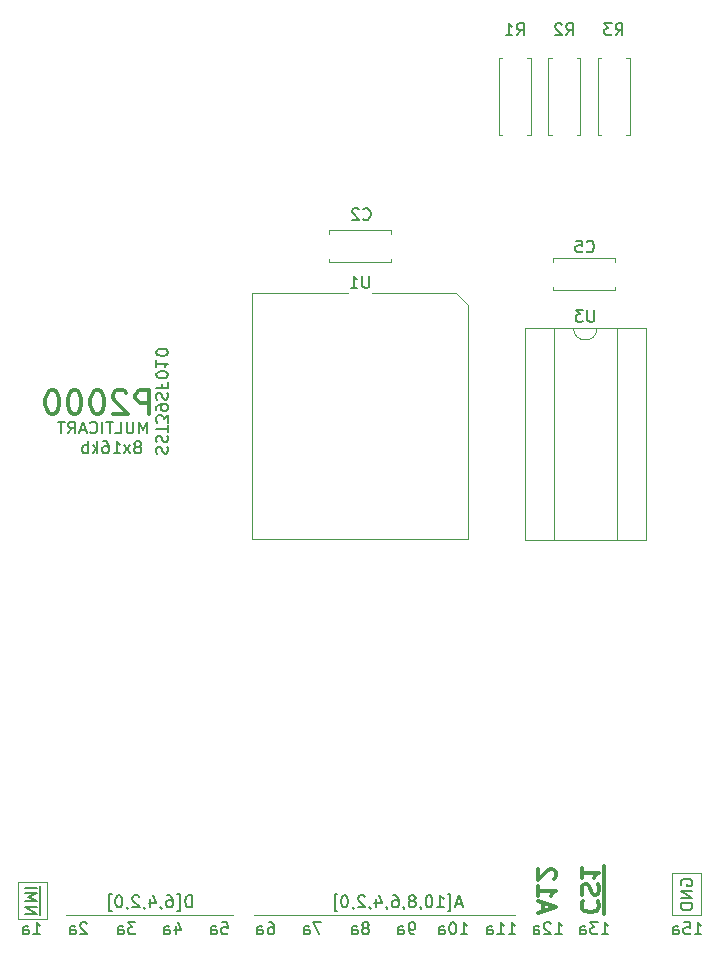
<source format=gbr>
G04 #@! TF.GenerationSoftware,KiCad,Pcbnew,8.0.2*
G04 #@! TF.CreationDate,2025-01-06T09:06:17+01:00*
G04 #@! TF.ProjectId,multicartridge-sst39sf010,6d756c74-6963-4617-9274-72696467652d,rev?*
G04 #@! TF.SameCoordinates,Original*
G04 #@! TF.FileFunction,Legend,Bot*
G04 #@! TF.FilePolarity,Positive*
%FSLAX46Y46*%
G04 Gerber Fmt 4.6, Leading zero omitted, Abs format (unit mm)*
G04 Created by KiCad (PCBNEW 8.0.2) date 2025-01-06 09:06:17*
%MOMM*%
%LPD*%
G01*
G04 APERTURE LIST*
%ADD10C,0.120000*%
%ADD11C,0.150000*%
%ADD12C,0.300000*%
%ADD13R,1.600000X1.600000*%
%ADD14O,1.600000X1.600000*%
%ADD15C,1.600000*%
%ADD16R,1.422400X1.422400*%
%ADD17C,1.422400*%
%ADD18R,2.000000X10.000000*%
G04 APERTURE END LIST*
D10*
X96251000Y-131445000D02*
X74153000Y-131445000D01*
X72375000Y-131445000D02*
X58278000Y-131445000D01*
X54197000Y-131745000D02*
X54197000Y-128645000D01*
X111999000Y-131451000D02*
X109586000Y-131451000D01*
X111999000Y-127895000D02*
X111999000Y-131451000D01*
X109586000Y-127895000D02*
X111999000Y-127895000D01*
X109586000Y-131451000D02*
X109586000Y-127895000D01*
X56647000Y-128645000D02*
X56647000Y-131745000D01*
X56647000Y-131745000D02*
X54197000Y-131745000D01*
X54197000Y-128645000D02*
X56647000Y-128645000D01*
D11*
X111498857Y-133042819D02*
X112070285Y-133042819D01*
X111784571Y-133042819D02*
X111784571Y-132042819D01*
X111784571Y-132042819D02*
X111879809Y-132185676D01*
X111879809Y-132185676D02*
X111975047Y-132280914D01*
X111975047Y-132280914D02*
X112070285Y-132328533D01*
X110594095Y-132042819D02*
X111070285Y-132042819D01*
X111070285Y-132042819D02*
X111117904Y-132519009D01*
X111117904Y-132519009D02*
X111070285Y-132471390D01*
X111070285Y-132471390D02*
X110975047Y-132423771D01*
X110975047Y-132423771D02*
X110736952Y-132423771D01*
X110736952Y-132423771D02*
X110641714Y-132471390D01*
X110641714Y-132471390D02*
X110594095Y-132519009D01*
X110594095Y-132519009D02*
X110546476Y-132614247D01*
X110546476Y-132614247D02*
X110546476Y-132852342D01*
X110546476Y-132852342D02*
X110594095Y-132947580D01*
X110594095Y-132947580D02*
X110641714Y-132995200D01*
X110641714Y-132995200D02*
X110736952Y-133042819D01*
X110736952Y-133042819D02*
X110975047Y-133042819D01*
X110975047Y-133042819D02*
X111070285Y-132995200D01*
X111070285Y-132995200D02*
X111117904Y-132947580D01*
X109689333Y-133042819D02*
X109689333Y-132519009D01*
X109689333Y-132519009D02*
X109736952Y-132423771D01*
X109736952Y-132423771D02*
X109832190Y-132376152D01*
X109832190Y-132376152D02*
X110022666Y-132376152D01*
X110022666Y-132376152D02*
X110117904Y-132423771D01*
X109689333Y-132995200D02*
X109784571Y-133042819D01*
X109784571Y-133042819D02*
X110022666Y-133042819D01*
X110022666Y-133042819D02*
X110117904Y-132995200D01*
X110117904Y-132995200D02*
X110165523Y-132899961D01*
X110165523Y-132899961D02*
X110165523Y-132804723D01*
X110165523Y-132804723D02*
X110117904Y-132709485D01*
X110117904Y-132709485D02*
X110022666Y-132661866D01*
X110022666Y-132661866D02*
X109784571Y-132661866D01*
X109784571Y-132661866D02*
X109689333Y-132614247D01*
D12*
X102065528Y-130250285D02*
X101994100Y-130321713D01*
X101994100Y-130321713D02*
X101922671Y-130535999D01*
X101922671Y-130535999D02*
X101922671Y-130678856D01*
X101922671Y-130678856D02*
X101994100Y-130893142D01*
X101994100Y-130893142D02*
X102136957Y-131035999D01*
X102136957Y-131035999D02*
X102279814Y-131107428D01*
X102279814Y-131107428D02*
X102565528Y-131178856D01*
X102565528Y-131178856D02*
X102779814Y-131178856D01*
X102779814Y-131178856D02*
X103065528Y-131107428D01*
X103065528Y-131107428D02*
X103208385Y-131035999D01*
X103208385Y-131035999D02*
X103351242Y-130893142D01*
X103351242Y-130893142D02*
X103422671Y-130678856D01*
X103422671Y-130678856D02*
X103422671Y-130535999D01*
X103422671Y-130535999D02*
X103351242Y-130321713D01*
X103351242Y-130321713D02*
X103279814Y-130250285D01*
X101994100Y-129678856D02*
X101922671Y-129464571D01*
X101922671Y-129464571D02*
X101922671Y-129107428D01*
X101922671Y-129107428D02*
X101994100Y-128964571D01*
X101994100Y-128964571D02*
X102065528Y-128893142D01*
X102065528Y-128893142D02*
X102208385Y-128821713D01*
X102208385Y-128821713D02*
X102351242Y-128821713D01*
X102351242Y-128821713D02*
X102494100Y-128893142D01*
X102494100Y-128893142D02*
X102565528Y-128964571D01*
X102565528Y-128964571D02*
X102636957Y-129107428D01*
X102636957Y-129107428D02*
X102708385Y-129393142D01*
X102708385Y-129393142D02*
X102779814Y-129535999D01*
X102779814Y-129535999D02*
X102851242Y-129607428D01*
X102851242Y-129607428D02*
X102994100Y-129678856D01*
X102994100Y-129678856D02*
X103136957Y-129678856D01*
X103136957Y-129678856D02*
X103279814Y-129607428D01*
X103279814Y-129607428D02*
X103351242Y-129535999D01*
X103351242Y-129535999D02*
X103422671Y-129393142D01*
X103422671Y-129393142D02*
X103422671Y-129035999D01*
X103422671Y-129035999D02*
X103351242Y-128821713D01*
X101922671Y-127393142D02*
X101922671Y-128250285D01*
X101922671Y-127821714D02*
X103422671Y-127821714D01*
X103422671Y-127821714D02*
X103208385Y-127964571D01*
X103208385Y-127964571D02*
X103065528Y-128107428D01*
X103065528Y-128107428D02*
X102994100Y-128250285D01*
X103839100Y-131314571D02*
X103839100Y-127257429D01*
X98668242Y-131071713D02*
X98668242Y-130357428D01*
X98239671Y-131214570D02*
X99739671Y-130714570D01*
X99739671Y-130714570D02*
X98239671Y-130214570D01*
X98239671Y-128928856D02*
X98239671Y-129785999D01*
X98239671Y-129357428D02*
X99739671Y-129357428D01*
X99739671Y-129357428D02*
X99525385Y-129500285D01*
X99525385Y-129500285D02*
X99382528Y-129643142D01*
X99382528Y-129643142D02*
X99311100Y-129785999D01*
X99596814Y-128357428D02*
X99668242Y-128286000D01*
X99668242Y-128286000D02*
X99739671Y-128143143D01*
X99739671Y-128143143D02*
X99739671Y-127786000D01*
X99739671Y-127786000D02*
X99668242Y-127643143D01*
X99668242Y-127643143D02*
X99596814Y-127571714D01*
X99596814Y-127571714D02*
X99453957Y-127500285D01*
X99453957Y-127500285D02*
X99311100Y-127500285D01*
X99311100Y-127500285D02*
X99096814Y-127571714D01*
X99096814Y-127571714D02*
X98239671Y-128428857D01*
X98239671Y-128428857D02*
X98239671Y-127500285D01*
D11*
X91773570Y-130471104D02*
X91297380Y-130471104D01*
X91868808Y-130756819D02*
X91535475Y-129756819D01*
X91535475Y-129756819D02*
X91202142Y-130756819D01*
X90583094Y-131090152D02*
X90821189Y-131090152D01*
X90821189Y-131090152D02*
X90821189Y-129661580D01*
X90821189Y-129661580D02*
X90583094Y-129661580D01*
X89678332Y-130756819D02*
X90249760Y-130756819D01*
X89964046Y-130756819D02*
X89964046Y-129756819D01*
X89964046Y-129756819D02*
X90059284Y-129899676D01*
X90059284Y-129899676D02*
X90154522Y-129994914D01*
X90154522Y-129994914D02*
X90249760Y-130042533D01*
X89059284Y-129756819D02*
X88964046Y-129756819D01*
X88964046Y-129756819D02*
X88868808Y-129804438D01*
X88868808Y-129804438D02*
X88821189Y-129852057D01*
X88821189Y-129852057D02*
X88773570Y-129947295D01*
X88773570Y-129947295D02*
X88725951Y-130137771D01*
X88725951Y-130137771D02*
X88725951Y-130375866D01*
X88725951Y-130375866D02*
X88773570Y-130566342D01*
X88773570Y-130566342D02*
X88821189Y-130661580D01*
X88821189Y-130661580D02*
X88868808Y-130709200D01*
X88868808Y-130709200D02*
X88964046Y-130756819D01*
X88964046Y-130756819D02*
X89059284Y-130756819D01*
X89059284Y-130756819D02*
X89154522Y-130709200D01*
X89154522Y-130709200D02*
X89202141Y-130661580D01*
X89202141Y-130661580D02*
X89249760Y-130566342D01*
X89249760Y-130566342D02*
X89297379Y-130375866D01*
X89297379Y-130375866D02*
X89297379Y-130137771D01*
X89297379Y-130137771D02*
X89249760Y-129947295D01*
X89249760Y-129947295D02*
X89202141Y-129852057D01*
X89202141Y-129852057D02*
X89154522Y-129804438D01*
X89154522Y-129804438D02*
X89059284Y-129756819D01*
X88249760Y-130709200D02*
X88249760Y-130756819D01*
X88249760Y-130756819D02*
X88297379Y-130852057D01*
X88297379Y-130852057D02*
X88344998Y-130899676D01*
X87678332Y-130185390D02*
X87773570Y-130137771D01*
X87773570Y-130137771D02*
X87821189Y-130090152D01*
X87821189Y-130090152D02*
X87868808Y-129994914D01*
X87868808Y-129994914D02*
X87868808Y-129947295D01*
X87868808Y-129947295D02*
X87821189Y-129852057D01*
X87821189Y-129852057D02*
X87773570Y-129804438D01*
X87773570Y-129804438D02*
X87678332Y-129756819D01*
X87678332Y-129756819D02*
X87487856Y-129756819D01*
X87487856Y-129756819D02*
X87392618Y-129804438D01*
X87392618Y-129804438D02*
X87344999Y-129852057D01*
X87344999Y-129852057D02*
X87297380Y-129947295D01*
X87297380Y-129947295D02*
X87297380Y-129994914D01*
X87297380Y-129994914D02*
X87344999Y-130090152D01*
X87344999Y-130090152D02*
X87392618Y-130137771D01*
X87392618Y-130137771D02*
X87487856Y-130185390D01*
X87487856Y-130185390D02*
X87678332Y-130185390D01*
X87678332Y-130185390D02*
X87773570Y-130233009D01*
X87773570Y-130233009D02*
X87821189Y-130280628D01*
X87821189Y-130280628D02*
X87868808Y-130375866D01*
X87868808Y-130375866D02*
X87868808Y-130566342D01*
X87868808Y-130566342D02*
X87821189Y-130661580D01*
X87821189Y-130661580D02*
X87773570Y-130709200D01*
X87773570Y-130709200D02*
X87678332Y-130756819D01*
X87678332Y-130756819D02*
X87487856Y-130756819D01*
X87487856Y-130756819D02*
X87392618Y-130709200D01*
X87392618Y-130709200D02*
X87344999Y-130661580D01*
X87344999Y-130661580D02*
X87297380Y-130566342D01*
X87297380Y-130566342D02*
X87297380Y-130375866D01*
X87297380Y-130375866D02*
X87344999Y-130280628D01*
X87344999Y-130280628D02*
X87392618Y-130233009D01*
X87392618Y-130233009D02*
X87487856Y-130185390D01*
X86821189Y-130709200D02*
X86821189Y-130756819D01*
X86821189Y-130756819D02*
X86868808Y-130852057D01*
X86868808Y-130852057D02*
X86916427Y-130899676D01*
X85964047Y-129756819D02*
X86154523Y-129756819D01*
X86154523Y-129756819D02*
X86249761Y-129804438D01*
X86249761Y-129804438D02*
X86297380Y-129852057D01*
X86297380Y-129852057D02*
X86392618Y-129994914D01*
X86392618Y-129994914D02*
X86440237Y-130185390D01*
X86440237Y-130185390D02*
X86440237Y-130566342D01*
X86440237Y-130566342D02*
X86392618Y-130661580D01*
X86392618Y-130661580D02*
X86344999Y-130709200D01*
X86344999Y-130709200D02*
X86249761Y-130756819D01*
X86249761Y-130756819D02*
X86059285Y-130756819D01*
X86059285Y-130756819D02*
X85964047Y-130709200D01*
X85964047Y-130709200D02*
X85916428Y-130661580D01*
X85916428Y-130661580D02*
X85868809Y-130566342D01*
X85868809Y-130566342D02*
X85868809Y-130328247D01*
X85868809Y-130328247D02*
X85916428Y-130233009D01*
X85916428Y-130233009D02*
X85964047Y-130185390D01*
X85964047Y-130185390D02*
X86059285Y-130137771D01*
X86059285Y-130137771D02*
X86249761Y-130137771D01*
X86249761Y-130137771D02*
X86344999Y-130185390D01*
X86344999Y-130185390D02*
X86392618Y-130233009D01*
X86392618Y-130233009D02*
X86440237Y-130328247D01*
X85392618Y-130709200D02*
X85392618Y-130756819D01*
X85392618Y-130756819D02*
X85440237Y-130852057D01*
X85440237Y-130852057D02*
X85487856Y-130899676D01*
X84535476Y-130090152D02*
X84535476Y-130756819D01*
X84773571Y-129709200D02*
X85011666Y-130423485D01*
X85011666Y-130423485D02*
X84392619Y-130423485D01*
X83964047Y-130709200D02*
X83964047Y-130756819D01*
X83964047Y-130756819D02*
X84011666Y-130852057D01*
X84011666Y-130852057D02*
X84059285Y-130899676D01*
X83583095Y-129852057D02*
X83535476Y-129804438D01*
X83535476Y-129804438D02*
X83440238Y-129756819D01*
X83440238Y-129756819D02*
X83202143Y-129756819D01*
X83202143Y-129756819D02*
X83106905Y-129804438D01*
X83106905Y-129804438D02*
X83059286Y-129852057D01*
X83059286Y-129852057D02*
X83011667Y-129947295D01*
X83011667Y-129947295D02*
X83011667Y-130042533D01*
X83011667Y-130042533D02*
X83059286Y-130185390D01*
X83059286Y-130185390D02*
X83630714Y-130756819D01*
X83630714Y-130756819D02*
X83011667Y-130756819D01*
X82535476Y-130709200D02*
X82535476Y-130756819D01*
X82535476Y-130756819D02*
X82583095Y-130852057D01*
X82583095Y-130852057D02*
X82630714Y-130899676D01*
X81916429Y-129756819D02*
X81821191Y-129756819D01*
X81821191Y-129756819D02*
X81725953Y-129804438D01*
X81725953Y-129804438D02*
X81678334Y-129852057D01*
X81678334Y-129852057D02*
X81630715Y-129947295D01*
X81630715Y-129947295D02*
X81583096Y-130137771D01*
X81583096Y-130137771D02*
X81583096Y-130375866D01*
X81583096Y-130375866D02*
X81630715Y-130566342D01*
X81630715Y-130566342D02*
X81678334Y-130661580D01*
X81678334Y-130661580D02*
X81725953Y-130709200D01*
X81725953Y-130709200D02*
X81821191Y-130756819D01*
X81821191Y-130756819D02*
X81916429Y-130756819D01*
X81916429Y-130756819D02*
X82011667Y-130709200D01*
X82011667Y-130709200D02*
X82059286Y-130661580D01*
X82059286Y-130661580D02*
X82106905Y-130566342D01*
X82106905Y-130566342D02*
X82154524Y-130375866D01*
X82154524Y-130375866D02*
X82154524Y-130137771D01*
X82154524Y-130137771D02*
X82106905Y-129947295D01*
X82106905Y-129947295D02*
X82059286Y-129852057D01*
X82059286Y-129852057D02*
X82011667Y-129804438D01*
X82011667Y-129804438D02*
X81916429Y-129756819D01*
X81249762Y-131090152D02*
X81011667Y-131090152D01*
X81011667Y-131090152D02*
X81011667Y-129661580D01*
X81011667Y-129661580D02*
X81249762Y-129661580D01*
X68937618Y-130756819D02*
X68937618Y-129756819D01*
X68937618Y-129756819D02*
X68699523Y-129756819D01*
X68699523Y-129756819D02*
X68556666Y-129804438D01*
X68556666Y-129804438D02*
X68461428Y-129899676D01*
X68461428Y-129899676D02*
X68413809Y-129994914D01*
X68413809Y-129994914D02*
X68366190Y-130185390D01*
X68366190Y-130185390D02*
X68366190Y-130328247D01*
X68366190Y-130328247D02*
X68413809Y-130518723D01*
X68413809Y-130518723D02*
X68461428Y-130613961D01*
X68461428Y-130613961D02*
X68556666Y-130709200D01*
X68556666Y-130709200D02*
X68699523Y-130756819D01*
X68699523Y-130756819D02*
X68937618Y-130756819D01*
X67651904Y-131090152D02*
X67889999Y-131090152D01*
X67889999Y-131090152D02*
X67889999Y-129661580D01*
X67889999Y-129661580D02*
X67651904Y-129661580D01*
X66842380Y-129756819D02*
X67032856Y-129756819D01*
X67032856Y-129756819D02*
X67128094Y-129804438D01*
X67128094Y-129804438D02*
X67175713Y-129852057D01*
X67175713Y-129852057D02*
X67270951Y-129994914D01*
X67270951Y-129994914D02*
X67318570Y-130185390D01*
X67318570Y-130185390D02*
X67318570Y-130566342D01*
X67318570Y-130566342D02*
X67270951Y-130661580D01*
X67270951Y-130661580D02*
X67223332Y-130709200D01*
X67223332Y-130709200D02*
X67128094Y-130756819D01*
X67128094Y-130756819D02*
X66937618Y-130756819D01*
X66937618Y-130756819D02*
X66842380Y-130709200D01*
X66842380Y-130709200D02*
X66794761Y-130661580D01*
X66794761Y-130661580D02*
X66747142Y-130566342D01*
X66747142Y-130566342D02*
X66747142Y-130328247D01*
X66747142Y-130328247D02*
X66794761Y-130233009D01*
X66794761Y-130233009D02*
X66842380Y-130185390D01*
X66842380Y-130185390D02*
X66937618Y-130137771D01*
X66937618Y-130137771D02*
X67128094Y-130137771D01*
X67128094Y-130137771D02*
X67223332Y-130185390D01*
X67223332Y-130185390D02*
X67270951Y-130233009D01*
X67270951Y-130233009D02*
X67318570Y-130328247D01*
X66270951Y-130709200D02*
X66270951Y-130756819D01*
X66270951Y-130756819D02*
X66318570Y-130852057D01*
X66318570Y-130852057D02*
X66366189Y-130899676D01*
X65413809Y-130090152D02*
X65413809Y-130756819D01*
X65651904Y-129709200D02*
X65889999Y-130423485D01*
X65889999Y-130423485D02*
X65270952Y-130423485D01*
X64842380Y-130709200D02*
X64842380Y-130756819D01*
X64842380Y-130756819D02*
X64889999Y-130852057D01*
X64889999Y-130852057D02*
X64937618Y-130899676D01*
X64461428Y-129852057D02*
X64413809Y-129804438D01*
X64413809Y-129804438D02*
X64318571Y-129756819D01*
X64318571Y-129756819D02*
X64080476Y-129756819D01*
X64080476Y-129756819D02*
X63985238Y-129804438D01*
X63985238Y-129804438D02*
X63937619Y-129852057D01*
X63937619Y-129852057D02*
X63890000Y-129947295D01*
X63890000Y-129947295D02*
X63890000Y-130042533D01*
X63890000Y-130042533D02*
X63937619Y-130185390D01*
X63937619Y-130185390D02*
X64509047Y-130756819D01*
X64509047Y-130756819D02*
X63890000Y-130756819D01*
X63413809Y-130709200D02*
X63413809Y-130756819D01*
X63413809Y-130756819D02*
X63461428Y-130852057D01*
X63461428Y-130852057D02*
X63509047Y-130899676D01*
X62794762Y-129756819D02*
X62699524Y-129756819D01*
X62699524Y-129756819D02*
X62604286Y-129804438D01*
X62604286Y-129804438D02*
X62556667Y-129852057D01*
X62556667Y-129852057D02*
X62509048Y-129947295D01*
X62509048Y-129947295D02*
X62461429Y-130137771D01*
X62461429Y-130137771D02*
X62461429Y-130375866D01*
X62461429Y-130375866D02*
X62509048Y-130566342D01*
X62509048Y-130566342D02*
X62556667Y-130661580D01*
X62556667Y-130661580D02*
X62604286Y-130709200D01*
X62604286Y-130709200D02*
X62699524Y-130756819D01*
X62699524Y-130756819D02*
X62794762Y-130756819D01*
X62794762Y-130756819D02*
X62890000Y-130709200D01*
X62890000Y-130709200D02*
X62937619Y-130661580D01*
X62937619Y-130661580D02*
X62985238Y-130566342D01*
X62985238Y-130566342D02*
X63032857Y-130375866D01*
X63032857Y-130375866D02*
X63032857Y-130137771D01*
X63032857Y-130137771D02*
X62985238Y-129947295D01*
X62985238Y-129947295D02*
X62937619Y-129852057D01*
X62937619Y-129852057D02*
X62890000Y-129804438D01*
X62890000Y-129804438D02*
X62794762Y-129756819D01*
X62128095Y-131090152D02*
X61890000Y-131090152D01*
X61890000Y-131090152D02*
X61890000Y-129661580D01*
X61890000Y-129661580D02*
X62128095Y-129661580D01*
X55510666Y-133042819D02*
X56082094Y-133042819D01*
X55796380Y-133042819D02*
X55796380Y-132042819D01*
X55796380Y-132042819D02*
X55891618Y-132185676D01*
X55891618Y-132185676D02*
X55986856Y-132280914D01*
X55986856Y-132280914D02*
X56082094Y-132328533D01*
X54653523Y-133042819D02*
X54653523Y-132519009D01*
X54653523Y-132519009D02*
X54701142Y-132423771D01*
X54701142Y-132423771D02*
X54796380Y-132376152D01*
X54796380Y-132376152D02*
X54986856Y-132376152D01*
X54986856Y-132376152D02*
X55082094Y-132423771D01*
X54653523Y-132995200D02*
X54748761Y-133042819D01*
X54748761Y-133042819D02*
X54986856Y-133042819D01*
X54986856Y-133042819D02*
X55082094Y-132995200D01*
X55082094Y-132995200D02*
X55129713Y-132899961D01*
X55129713Y-132899961D02*
X55129713Y-132804723D01*
X55129713Y-132804723D02*
X55082094Y-132709485D01*
X55082094Y-132709485D02*
X54986856Y-132661866D01*
X54986856Y-132661866D02*
X54748761Y-132661866D01*
X54748761Y-132661866D02*
X54653523Y-132614247D01*
X54792180Y-131290237D02*
X55792180Y-131290237D01*
X55792180Y-131290237D02*
X54792180Y-130718809D01*
X54792180Y-130718809D02*
X55792180Y-130718809D01*
X54792180Y-130242618D02*
X55792180Y-130242618D01*
X55792180Y-130242618D02*
X55077895Y-129909285D01*
X55077895Y-129909285D02*
X55792180Y-129575952D01*
X55792180Y-129575952D02*
X54792180Y-129575952D01*
X54792180Y-129099761D02*
X55792180Y-129099761D01*
X56069800Y-131428333D02*
X56069800Y-128961667D01*
X110358438Y-128911095D02*
X110310819Y-128815857D01*
X110310819Y-128815857D02*
X110310819Y-128673000D01*
X110310819Y-128673000D02*
X110358438Y-128530143D01*
X110358438Y-128530143D02*
X110453676Y-128434905D01*
X110453676Y-128434905D02*
X110548914Y-128387286D01*
X110548914Y-128387286D02*
X110739390Y-128339667D01*
X110739390Y-128339667D02*
X110882247Y-128339667D01*
X110882247Y-128339667D02*
X111072723Y-128387286D01*
X111072723Y-128387286D02*
X111167961Y-128434905D01*
X111167961Y-128434905D02*
X111263200Y-128530143D01*
X111263200Y-128530143D02*
X111310819Y-128673000D01*
X111310819Y-128673000D02*
X111310819Y-128768238D01*
X111310819Y-128768238D02*
X111263200Y-128911095D01*
X111263200Y-128911095D02*
X111215580Y-128958714D01*
X111215580Y-128958714D02*
X110882247Y-128958714D01*
X110882247Y-128958714D02*
X110882247Y-128768238D01*
X111310819Y-129387286D02*
X110310819Y-129387286D01*
X110310819Y-129387286D02*
X111310819Y-129958714D01*
X111310819Y-129958714D02*
X110310819Y-129958714D01*
X111310819Y-130434905D02*
X110310819Y-130434905D01*
X110310819Y-130434905D02*
X110310819Y-130673000D01*
X110310819Y-130673000D02*
X110358438Y-130815857D01*
X110358438Y-130815857D02*
X110453676Y-130911095D01*
X110453676Y-130911095D02*
X110548914Y-130958714D01*
X110548914Y-130958714D02*
X110739390Y-131006333D01*
X110739390Y-131006333D02*
X110882247Y-131006333D01*
X110882247Y-131006333D02*
X111072723Y-130958714D01*
X111072723Y-130958714D02*
X111167961Y-130911095D01*
X111167961Y-130911095D02*
X111263200Y-130815857D01*
X111263200Y-130815857D02*
X111310819Y-130673000D01*
X111310819Y-130673000D02*
X111310819Y-130434905D01*
D12*
X65291841Y-88980638D02*
X65291841Y-86980638D01*
X65291841Y-86980638D02*
X64529936Y-86980638D01*
X64529936Y-86980638D02*
X64339460Y-87075876D01*
X64339460Y-87075876D02*
X64244222Y-87171114D01*
X64244222Y-87171114D02*
X64148984Y-87361590D01*
X64148984Y-87361590D02*
X64148984Y-87647304D01*
X64148984Y-87647304D02*
X64244222Y-87837780D01*
X64244222Y-87837780D02*
X64339460Y-87933019D01*
X64339460Y-87933019D02*
X64529936Y-88028257D01*
X64529936Y-88028257D02*
X65291841Y-88028257D01*
X63387079Y-87171114D02*
X63291841Y-87075876D01*
X63291841Y-87075876D02*
X63101365Y-86980638D01*
X63101365Y-86980638D02*
X62625174Y-86980638D01*
X62625174Y-86980638D02*
X62434698Y-87075876D01*
X62434698Y-87075876D02*
X62339460Y-87171114D01*
X62339460Y-87171114D02*
X62244222Y-87361590D01*
X62244222Y-87361590D02*
X62244222Y-87552066D01*
X62244222Y-87552066D02*
X62339460Y-87837780D01*
X62339460Y-87837780D02*
X63482317Y-88980638D01*
X63482317Y-88980638D02*
X62244222Y-88980638D01*
X61006127Y-86980638D02*
X60815650Y-86980638D01*
X60815650Y-86980638D02*
X60625174Y-87075876D01*
X60625174Y-87075876D02*
X60529936Y-87171114D01*
X60529936Y-87171114D02*
X60434698Y-87361590D01*
X60434698Y-87361590D02*
X60339460Y-87742542D01*
X60339460Y-87742542D02*
X60339460Y-88218733D01*
X60339460Y-88218733D02*
X60434698Y-88599685D01*
X60434698Y-88599685D02*
X60529936Y-88790161D01*
X60529936Y-88790161D02*
X60625174Y-88885400D01*
X60625174Y-88885400D02*
X60815650Y-88980638D01*
X60815650Y-88980638D02*
X61006127Y-88980638D01*
X61006127Y-88980638D02*
X61196603Y-88885400D01*
X61196603Y-88885400D02*
X61291841Y-88790161D01*
X61291841Y-88790161D02*
X61387079Y-88599685D01*
X61387079Y-88599685D02*
X61482317Y-88218733D01*
X61482317Y-88218733D02*
X61482317Y-87742542D01*
X61482317Y-87742542D02*
X61387079Y-87361590D01*
X61387079Y-87361590D02*
X61291841Y-87171114D01*
X61291841Y-87171114D02*
X61196603Y-87075876D01*
X61196603Y-87075876D02*
X61006127Y-86980638D01*
X59101365Y-86980638D02*
X58910888Y-86980638D01*
X58910888Y-86980638D02*
X58720412Y-87075876D01*
X58720412Y-87075876D02*
X58625174Y-87171114D01*
X58625174Y-87171114D02*
X58529936Y-87361590D01*
X58529936Y-87361590D02*
X58434698Y-87742542D01*
X58434698Y-87742542D02*
X58434698Y-88218733D01*
X58434698Y-88218733D02*
X58529936Y-88599685D01*
X58529936Y-88599685D02*
X58625174Y-88790161D01*
X58625174Y-88790161D02*
X58720412Y-88885400D01*
X58720412Y-88885400D02*
X58910888Y-88980638D01*
X58910888Y-88980638D02*
X59101365Y-88980638D01*
X59101365Y-88980638D02*
X59291841Y-88885400D01*
X59291841Y-88885400D02*
X59387079Y-88790161D01*
X59387079Y-88790161D02*
X59482317Y-88599685D01*
X59482317Y-88599685D02*
X59577555Y-88218733D01*
X59577555Y-88218733D02*
X59577555Y-87742542D01*
X59577555Y-87742542D02*
X59482317Y-87361590D01*
X59482317Y-87361590D02*
X59387079Y-87171114D01*
X59387079Y-87171114D02*
X59291841Y-87075876D01*
X59291841Y-87075876D02*
X59101365Y-86980638D01*
X57196603Y-86980638D02*
X57006126Y-86980638D01*
X57006126Y-86980638D02*
X56815650Y-87075876D01*
X56815650Y-87075876D02*
X56720412Y-87171114D01*
X56720412Y-87171114D02*
X56625174Y-87361590D01*
X56625174Y-87361590D02*
X56529936Y-87742542D01*
X56529936Y-87742542D02*
X56529936Y-88218733D01*
X56529936Y-88218733D02*
X56625174Y-88599685D01*
X56625174Y-88599685D02*
X56720412Y-88790161D01*
X56720412Y-88790161D02*
X56815650Y-88885400D01*
X56815650Y-88885400D02*
X57006126Y-88980638D01*
X57006126Y-88980638D02*
X57196603Y-88980638D01*
X57196603Y-88980638D02*
X57387079Y-88885400D01*
X57387079Y-88885400D02*
X57482317Y-88790161D01*
X57482317Y-88790161D02*
X57577555Y-88599685D01*
X57577555Y-88599685D02*
X57672793Y-88218733D01*
X57672793Y-88218733D02*
X57672793Y-87742542D01*
X57672793Y-87742542D02*
X57577555Y-87361590D01*
X57577555Y-87361590D02*
X57482317Y-87171114D01*
X57482317Y-87171114D02*
X57387079Y-87075876D01*
X57387079Y-87075876D02*
X57196603Y-86980638D01*
D11*
X64443323Y-91746790D02*
X64538561Y-91699171D01*
X64538561Y-91699171D02*
X64586180Y-91651552D01*
X64586180Y-91651552D02*
X64633799Y-91556314D01*
X64633799Y-91556314D02*
X64633799Y-91508695D01*
X64633799Y-91508695D02*
X64586180Y-91413457D01*
X64586180Y-91413457D02*
X64538561Y-91365838D01*
X64538561Y-91365838D02*
X64443323Y-91318219D01*
X64443323Y-91318219D02*
X64252847Y-91318219D01*
X64252847Y-91318219D02*
X64157609Y-91365838D01*
X64157609Y-91365838D02*
X64109990Y-91413457D01*
X64109990Y-91413457D02*
X64062371Y-91508695D01*
X64062371Y-91508695D02*
X64062371Y-91556314D01*
X64062371Y-91556314D02*
X64109990Y-91651552D01*
X64109990Y-91651552D02*
X64157609Y-91699171D01*
X64157609Y-91699171D02*
X64252847Y-91746790D01*
X64252847Y-91746790D02*
X64443323Y-91746790D01*
X64443323Y-91746790D02*
X64538561Y-91794409D01*
X64538561Y-91794409D02*
X64586180Y-91842028D01*
X64586180Y-91842028D02*
X64633799Y-91937266D01*
X64633799Y-91937266D02*
X64633799Y-92127742D01*
X64633799Y-92127742D02*
X64586180Y-92222980D01*
X64586180Y-92222980D02*
X64538561Y-92270600D01*
X64538561Y-92270600D02*
X64443323Y-92318219D01*
X64443323Y-92318219D02*
X64252847Y-92318219D01*
X64252847Y-92318219D02*
X64157609Y-92270600D01*
X64157609Y-92270600D02*
X64109990Y-92222980D01*
X64109990Y-92222980D02*
X64062371Y-92127742D01*
X64062371Y-92127742D02*
X64062371Y-91937266D01*
X64062371Y-91937266D02*
X64109990Y-91842028D01*
X64109990Y-91842028D02*
X64157609Y-91794409D01*
X64157609Y-91794409D02*
X64252847Y-91746790D01*
X63729037Y-92318219D02*
X63205228Y-91651552D01*
X63729037Y-91651552D02*
X63205228Y-92318219D01*
X62300466Y-92318219D02*
X62871894Y-92318219D01*
X62586180Y-92318219D02*
X62586180Y-91318219D01*
X62586180Y-91318219D02*
X62681418Y-91461076D01*
X62681418Y-91461076D02*
X62776656Y-91556314D01*
X62776656Y-91556314D02*
X62871894Y-91603933D01*
X61443323Y-91318219D02*
X61633799Y-91318219D01*
X61633799Y-91318219D02*
X61729037Y-91365838D01*
X61729037Y-91365838D02*
X61776656Y-91413457D01*
X61776656Y-91413457D02*
X61871894Y-91556314D01*
X61871894Y-91556314D02*
X61919513Y-91746790D01*
X61919513Y-91746790D02*
X61919513Y-92127742D01*
X61919513Y-92127742D02*
X61871894Y-92222980D01*
X61871894Y-92222980D02*
X61824275Y-92270600D01*
X61824275Y-92270600D02*
X61729037Y-92318219D01*
X61729037Y-92318219D02*
X61538561Y-92318219D01*
X61538561Y-92318219D02*
X61443323Y-92270600D01*
X61443323Y-92270600D02*
X61395704Y-92222980D01*
X61395704Y-92222980D02*
X61348085Y-92127742D01*
X61348085Y-92127742D02*
X61348085Y-91889647D01*
X61348085Y-91889647D02*
X61395704Y-91794409D01*
X61395704Y-91794409D02*
X61443323Y-91746790D01*
X61443323Y-91746790D02*
X61538561Y-91699171D01*
X61538561Y-91699171D02*
X61729037Y-91699171D01*
X61729037Y-91699171D02*
X61824275Y-91746790D01*
X61824275Y-91746790D02*
X61871894Y-91794409D01*
X61871894Y-91794409D02*
X61919513Y-91889647D01*
X60919513Y-92318219D02*
X60919513Y-91318219D01*
X60824275Y-91937266D02*
X60538561Y-92318219D01*
X60538561Y-91651552D02*
X60919513Y-92032504D01*
X60109989Y-92318219D02*
X60109989Y-91318219D01*
X60109989Y-91699171D02*
X60014751Y-91651552D01*
X60014751Y-91651552D02*
X59824275Y-91651552D01*
X59824275Y-91651552D02*
X59729037Y-91699171D01*
X59729037Y-91699171D02*
X59681418Y-91746790D01*
X59681418Y-91746790D02*
X59633799Y-91842028D01*
X59633799Y-91842028D02*
X59633799Y-92127742D01*
X59633799Y-92127742D02*
X59681418Y-92222980D01*
X59681418Y-92222980D02*
X59729037Y-92270600D01*
X59729037Y-92270600D02*
X59824275Y-92318219D01*
X59824275Y-92318219D02*
X60014751Y-92318219D01*
X60014751Y-92318219D02*
X60109989Y-92270600D01*
X65113075Y-90641819D02*
X65113075Y-89641819D01*
X65113075Y-89641819D02*
X64779742Y-90356104D01*
X64779742Y-90356104D02*
X64446409Y-89641819D01*
X64446409Y-89641819D02*
X64446409Y-90641819D01*
X63970218Y-89641819D02*
X63970218Y-90451342D01*
X63970218Y-90451342D02*
X63922599Y-90546580D01*
X63922599Y-90546580D02*
X63874980Y-90594200D01*
X63874980Y-90594200D02*
X63779742Y-90641819D01*
X63779742Y-90641819D02*
X63589266Y-90641819D01*
X63589266Y-90641819D02*
X63494028Y-90594200D01*
X63494028Y-90594200D02*
X63446409Y-90546580D01*
X63446409Y-90546580D02*
X63398790Y-90451342D01*
X63398790Y-90451342D02*
X63398790Y-89641819D01*
X62446409Y-90641819D02*
X62922599Y-90641819D01*
X62922599Y-90641819D02*
X62922599Y-89641819D01*
X62255932Y-89641819D02*
X61684504Y-89641819D01*
X61970218Y-90641819D02*
X61970218Y-89641819D01*
X61351170Y-90641819D02*
X61351170Y-89641819D01*
X60303552Y-90546580D02*
X60351171Y-90594200D01*
X60351171Y-90594200D02*
X60494028Y-90641819D01*
X60494028Y-90641819D02*
X60589266Y-90641819D01*
X60589266Y-90641819D02*
X60732123Y-90594200D01*
X60732123Y-90594200D02*
X60827361Y-90498961D01*
X60827361Y-90498961D02*
X60874980Y-90403723D01*
X60874980Y-90403723D02*
X60922599Y-90213247D01*
X60922599Y-90213247D02*
X60922599Y-90070390D01*
X60922599Y-90070390D02*
X60874980Y-89879914D01*
X60874980Y-89879914D02*
X60827361Y-89784676D01*
X60827361Y-89784676D02*
X60732123Y-89689438D01*
X60732123Y-89689438D02*
X60589266Y-89641819D01*
X60589266Y-89641819D02*
X60494028Y-89641819D01*
X60494028Y-89641819D02*
X60351171Y-89689438D01*
X60351171Y-89689438D02*
X60303552Y-89737057D01*
X59922599Y-90356104D02*
X59446409Y-90356104D01*
X60017837Y-90641819D02*
X59684504Y-89641819D01*
X59684504Y-89641819D02*
X59351171Y-90641819D01*
X58446409Y-90641819D02*
X58779742Y-90165628D01*
X59017837Y-90641819D02*
X59017837Y-89641819D01*
X59017837Y-89641819D02*
X58636885Y-89641819D01*
X58636885Y-89641819D02*
X58541647Y-89689438D01*
X58541647Y-89689438D02*
X58494028Y-89737057D01*
X58494028Y-89737057D02*
X58446409Y-89832295D01*
X58446409Y-89832295D02*
X58446409Y-89975152D01*
X58446409Y-89975152D02*
X58494028Y-90070390D01*
X58494028Y-90070390D02*
X58541647Y-90118009D01*
X58541647Y-90118009D02*
X58636885Y-90165628D01*
X58636885Y-90165628D02*
X59017837Y-90165628D01*
X58160694Y-89641819D02*
X57589266Y-89641819D01*
X57874980Y-90641819D02*
X57874980Y-89641819D01*
X65963000Y-92337971D02*
X65915380Y-92195114D01*
X65915380Y-92195114D02*
X65915380Y-91957019D01*
X65915380Y-91957019D02*
X65963000Y-91861781D01*
X65963000Y-91861781D02*
X66010619Y-91814162D01*
X66010619Y-91814162D02*
X66105857Y-91766543D01*
X66105857Y-91766543D02*
X66201095Y-91766543D01*
X66201095Y-91766543D02*
X66296333Y-91814162D01*
X66296333Y-91814162D02*
X66343952Y-91861781D01*
X66343952Y-91861781D02*
X66391571Y-91957019D01*
X66391571Y-91957019D02*
X66439190Y-92147495D01*
X66439190Y-92147495D02*
X66486809Y-92242733D01*
X66486809Y-92242733D02*
X66534428Y-92290352D01*
X66534428Y-92290352D02*
X66629666Y-92337971D01*
X66629666Y-92337971D02*
X66724904Y-92337971D01*
X66724904Y-92337971D02*
X66820142Y-92290352D01*
X66820142Y-92290352D02*
X66867761Y-92242733D01*
X66867761Y-92242733D02*
X66915380Y-92147495D01*
X66915380Y-92147495D02*
X66915380Y-91909400D01*
X66915380Y-91909400D02*
X66867761Y-91766543D01*
X65963000Y-91385590D02*
X65915380Y-91242733D01*
X65915380Y-91242733D02*
X65915380Y-91004638D01*
X65915380Y-91004638D02*
X65963000Y-90909400D01*
X65963000Y-90909400D02*
X66010619Y-90861781D01*
X66010619Y-90861781D02*
X66105857Y-90814162D01*
X66105857Y-90814162D02*
X66201095Y-90814162D01*
X66201095Y-90814162D02*
X66296333Y-90861781D01*
X66296333Y-90861781D02*
X66343952Y-90909400D01*
X66343952Y-90909400D02*
X66391571Y-91004638D01*
X66391571Y-91004638D02*
X66439190Y-91195114D01*
X66439190Y-91195114D02*
X66486809Y-91290352D01*
X66486809Y-91290352D02*
X66534428Y-91337971D01*
X66534428Y-91337971D02*
X66629666Y-91385590D01*
X66629666Y-91385590D02*
X66724904Y-91385590D01*
X66724904Y-91385590D02*
X66820142Y-91337971D01*
X66820142Y-91337971D02*
X66867761Y-91290352D01*
X66867761Y-91290352D02*
X66915380Y-91195114D01*
X66915380Y-91195114D02*
X66915380Y-90957019D01*
X66915380Y-90957019D02*
X66867761Y-90814162D01*
X66915380Y-90528447D02*
X66915380Y-89957019D01*
X65915380Y-90242733D02*
X66915380Y-90242733D01*
X66915380Y-89718923D02*
X66915380Y-89099876D01*
X66915380Y-89099876D02*
X66534428Y-89433209D01*
X66534428Y-89433209D02*
X66534428Y-89290352D01*
X66534428Y-89290352D02*
X66486809Y-89195114D01*
X66486809Y-89195114D02*
X66439190Y-89147495D01*
X66439190Y-89147495D02*
X66343952Y-89099876D01*
X66343952Y-89099876D02*
X66105857Y-89099876D01*
X66105857Y-89099876D02*
X66010619Y-89147495D01*
X66010619Y-89147495D02*
X65963000Y-89195114D01*
X65963000Y-89195114D02*
X65915380Y-89290352D01*
X65915380Y-89290352D02*
X65915380Y-89576066D01*
X65915380Y-89576066D02*
X65963000Y-89671304D01*
X65963000Y-89671304D02*
X66010619Y-89718923D01*
X65915380Y-88623685D02*
X65915380Y-88433209D01*
X65915380Y-88433209D02*
X65963000Y-88337971D01*
X65963000Y-88337971D02*
X66010619Y-88290352D01*
X66010619Y-88290352D02*
X66153476Y-88195114D01*
X66153476Y-88195114D02*
X66343952Y-88147495D01*
X66343952Y-88147495D02*
X66724904Y-88147495D01*
X66724904Y-88147495D02*
X66820142Y-88195114D01*
X66820142Y-88195114D02*
X66867761Y-88242733D01*
X66867761Y-88242733D02*
X66915380Y-88337971D01*
X66915380Y-88337971D02*
X66915380Y-88528447D01*
X66915380Y-88528447D02*
X66867761Y-88623685D01*
X66867761Y-88623685D02*
X66820142Y-88671304D01*
X66820142Y-88671304D02*
X66724904Y-88718923D01*
X66724904Y-88718923D02*
X66486809Y-88718923D01*
X66486809Y-88718923D02*
X66391571Y-88671304D01*
X66391571Y-88671304D02*
X66343952Y-88623685D01*
X66343952Y-88623685D02*
X66296333Y-88528447D01*
X66296333Y-88528447D02*
X66296333Y-88337971D01*
X66296333Y-88337971D02*
X66343952Y-88242733D01*
X66343952Y-88242733D02*
X66391571Y-88195114D01*
X66391571Y-88195114D02*
X66486809Y-88147495D01*
X65963000Y-87766542D02*
X65915380Y-87623685D01*
X65915380Y-87623685D02*
X65915380Y-87385590D01*
X65915380Y-87385590D02*
X65963000Y-87290352D01*
X65963000Y-87290352D02*
X66010619Y-87242733D01*
X66010619Y-87242733D02*
X66105857Y-87195114D01*
X66105857Y-87195114D02*
X66201095Y-87195114D01*
X66201095Y-87195114D02*
X66296333Y-87242733D01*
X66296333Y-87242733D02*
X66343952Y-87290352D01*
X66343952Y-87290352D02*
X66391571Y-87385590D01*
X66391571Y-87385590D02*
X66439190Y-87576066D01*
X66439190Y-87576066D02*
X66486809Y-87671304D01*
X66486809Y-87671304D02*
X66534428Y-87718923D01*
X66534428Y-87718923D02*
X66629666Y-87766542D01*
X66629666Y-87766542D02*
X66724904Y-87766542D01*
X66724904Y-87766542D02*
X66820142Y-87718923D01*
X66820142Y-87718923D02*
X66867761Y-87671304D01*
X66867761Y-87671304D02*
X66915380Y-87576066D01*
X66915380Y-87576066D02*
X66915380Y-87337971D01*
X66915380Y-87337971D02*
X66867761Y-87195114D01*
X66439190Y-86433209D02*
X66439190Y-86766542D01*
X65915380Y-86766542D02*
X66915380Y-86766542D01*
X66915380Y-86766542D02*
X66915380Y-86290352D01*
X66915380Y-85718923D02*
X66915380Y-85623685D01*
X66915380Y-85623685D02*
X66867761Y-85528447D01*
X66867761Y-85528447D02*
X66820142Y-85480828D01*
X66820142Y-85480828D02*
X66724904Y-85433209D01*
X66724904Y-85433209D02*
X66534428Y-85385590D01*
X66534428Y-85385590D02*
X66296333Y-85385590D01*
X66296333Y-85385590D02*
X66105857Y-85433209D01*
X66105857Y-85433209D02*
X66010619Y-85480828D01*
X66010619Y-85480828D02*
X65963000Y-85528447D01*
X65963000Y-85528447D02*
X65915380Y-85623685D01*
X65915380Y-85623685D02*
X65915380Y-85718923D01*
X65915380Y-85718923D02*
X65963000Y-85814161D01*
X65963000Y-85814161D02*
X66010619Y-85861780D01*
X66010619Y-85861780D02*
X66105857Y-85909399D01*
X66105857Y-85909399D02*
X66296333Y-85957018D01*
X66296333Y-85957018D02*
X66534428Y-85957018D01*
X66534428Y-85957018D02*
X66724904Y-85909399D01*
X66724904Y-85909399D02*
X66820142Y-85861780D01*
X66820142Y-85861780D02*
X66867761Y-85814161D01*
X66867761Y-85814161D02*
X66915380Y-85718923D01*
X65915380Y-84433209D02*
X65915380Y-85004637D01*
X65915380Y-84718923D02*
X66915380Y-84718923D01*
X66915380Y-84718923D02*
X66772523Y-84814161D01*
X66772523Y-84814161D02*
X66677285Y-84909399D01*
X66677285Y-84909399D02*
X66629666Y-85004637D01*
X66915380Y-83814161D02*
X66915380Y-83718923D01*
X66915380Y-83718923D02*
X66867761Y-83623685D01*
X66867761Y-83623685D02*
X66820142Y-83576066D01*
X66820142Y-83576066D02*
X66724904Y-83528447D01*
X66724904Y-83528447D02*
X66534428Y-83480828D01*
X66534428Y-83480828D02*
X66296333Y-83480828D01*
X66296333Y-83480828D02*
X66105857Y-83528447D01*
X66105857Y-83528447D02*
X66010619Y-83576066D01*
X66010619Y-83576066D02*
X65963000Y-83623685D01*
X65963000Y-83623685D02*
X65915380Y-83718923D01*
X65915380Y-83718923D02*
X65915380Y-83814161D01*
X65915380Y-83814161D02*
X65963000Y-83909399D01*
X65963000Y-83909399D02*
X66010619Y-83957018D01*
X66010619Y-83957018D02*
X66105857Y-84004637D01*
X66105857Y-84004637D02*
X66296333Y-84052256D01*
X66296333Y-84052256D02*
X66534428Y-84052256D01*
X66534428Y-84052256D02*
X66724904Y-84004637D01*
X66724904Y-84004637D02*
X66820142Y-83957018D01*
X66820142Y-83957018D02*
X66867761Y-83909399D01*
X66867761Y-83909399D02*
X66915380Y-83814161D01*
X95750857Y-133042819D02*
X96322285Y-133042819D01*
X96036571Y-133042819D02*
X96036571Y-132042819D01*
X96036571Y-132042819D02*
X96131809Y-132185676D01*
X96131809Y-132185676D02*
X96227047Y-132280914D01*
X96227047Y-132280914D02*
X96322285Y-132328533D01*
X94798476Y-133042819D02*
X95369904Y-133042819D01*
X95084190Y-133042819D02*
X95084190Y-132042819D01*
X95084190Y-132042819D02*
X95179428Y-132185676D01*
X95179428Y-132185676D02*
X95274666Y-132280914D01*
X95274666Y-132280914D02*
X95369904Y-132328533D01*
X93941333Y-133042819D02*
X93941333Y-132519009D01*
X93941333Y-132519009D02*
X93988952Y-132423771D01*
X93988952Y-132423771D02*
X94084190Y-132376152D01*
X94084190Y-132376152D02*
X94274666Y-132376152D01*
X94274666Y-132376152D02*
X94369904Y-132423771D01*
X93941333Y-132995200D02*
X94036571Y-133042819D01*
X94036571Y-133042819D02*
X94274666Y-133042819D01*
X94274666Y-133042819D02*
X94369904Y-132995200D01*
X94369904Y-132995200D02*
X94417523Y-132899961D01*
X94417523Y-132899961D02*
X94417523Y-132804723D01*
X94417523Y-132804723D02*
X94369904Y-132709485D01*
X94369904Y-132709485D02*
X94274666Y-132661866D01*
X94274666Y-132661866D02*
X94036571Y-132661866D01*
X94036571Y-132661866D02*
X93941333Y-132614247D01*
X91686857Y-133042819D02*
X92258285Y-133042819D01*
X91972571Y-133042819D02*
X91972571Y-132042819D01*
X91972571Y-132042819D02*
X92067809Y-132185676D01*
X92067809Y-132185676D02*
X92163047Y-132280914D01*
X92163047Y-132280914D02*
X92258285Y-132328533D01*
X91067809Y-132042819D02*
X90972571Y-132042819D01*
X90972571Y-132042819D02*
X90877333Y-132090438D01*
X90877333Y-132090438D02*
X90829714Y-132138057D01*
X90829714Y-132138057D02*
X90782095Y-132233295D01*
X90782095Y-132233295D02*
X90734476Y-132423771D01*
X90734476Y-132423771D02*
X90734476Y-132661866D01*
X90734476Y-132661866D02*
X90782095Y-132852342D01*
X90782095Y-132852342D02*
X90829714Y-132947580D01*
X90829714Y-132947580D02*
X90877333Y-132995200D01*
X90877333Y-132995200D02*
X90972571Y-133042819D01*
X90972571Y-133042819D02*
X91067809Y-133042819D01*
X91067809Y-133042819D02*
X91163047Y-132995200D01*
X91163047Y-132995200D02*
X91210666Y-132947580D01*
X91210666Y-132947580D02*
X91258285Y-132852342D01*
X91258285Y-132852342D02*
X91305904Y-132661866D01*
X91305904Y-132661866D02*
X91305904Y-132423771D01*
X91305904Y-132423771D02*
X91258285Y-132233295D01*
X91258285Y-132233295D02*
X91210666Y-132138057D01*
X91210666Y-132138057D02*
X91163047Y-132090438D01*
X91163047Y-132090438D02*
X91067809Y-132042819D01*
X89877333Y-133042819D02*
X89877333Y-132519009D01*
X89877333Y-132519009D02*
X89924952Y-132423771D01*
X89924952Y-132423771D02*
X90020190Y-132376152D01*
X90020190Y-132376152D02*
X90210666Y-132376152D01*
X90210666Y-132376152D02*
X90305904Y-132423771D01*
X89877333Y-132995200D02*
X89972571Y-133042819D01*
X89972571Y-133042819D02*
X90210666Y-133042819D01*
X90210666Y-133042819D02*
X90305904Y-132995200D01*
X90305904Y-132995200D02*
X90353523Y-132899961D01*
X90353523Y-132899961D02*
X90353523Y-132804723D01*
X90353523Y-132804723D02*
X90305904Y-132709485D01*
X90305904Y-132709485D02*
X90210666Y-132661866D01*
X90210666Y-132661866D02*
X89972571Y-132661866D01*
X89972571Y-132661866D02*
X89877333Y-132614247D01*
X60032094Y-132138057D02*
X59984475Y-132090438D01*
X59984475Y-132090438D02*
X59889237Y-132042819D01*
X59889237Y-132042819D02*
X59651142Y-132042819D01*
X59651142Y-132042819D02*
X59555904Y-132090438D01*
X59555904Y-132090438D02*
X59508285Y-132138057D01*
X59508285Y-132138057D02*
X59460666Y-132233295D01*
X59460666Y-132233295D02*
X59460666Y-132328533D01*
X59460666Y-132328533D02*
X59508285Y-132471390D01*
X59508285Y-132471390D02*
X60079713Y-133042819D01*
X60079713Y-133042819D02*
X59460666Y-133042819D01*
X58603523Y-133042819D02*
X58603523Y-132519009D01*
X58603523Y-132519009D02*
X58651142Y-132423771D01*
X58651142Y-132423771D02*
X58746380Y-132376152D01*
X58746380Y-132376152D02*
X58936856Y-132376152D01*
X58936856Y-132376152D02*
X59032094Y-132423771D01*
X58603523Y-132995200D02*
X58698761Y-133042819D01*
X58698761Y-133042819D02*
X58936856Y-133042819D01*
X58936856Y-133042819D02*
X59032094Y-132995200D01*
X59032094Y-132995200D02*
X59079713Y-132899961D01*
X59079713Y-132899961D02*
X59079713Y-132804723D01*
X59079713Y-132804723D02*
X59032094Y-132709485D01*
X59032094Y-132709485D02*
X58936856Y-132661866D01*
X58936856Y-132661866D02*
X58698761Y-132661866D01*
X58698761Y-132661866D02*
X58603523Y-132614247D01*
X75430904Y-132042819D02*
X75621380Y-132042819D01*
X75621380Y-132042819D02*
X75716618Y-132090438D01*
X75716618Y-132090438D02*
X75764237Y-132138057D01*
X75764237Y-132138057D02*
X75859475Y-132280914D01*
X75859475Y-132280914D02*
X75907094Y-132471390D01*
X75907094Y-132471390D02*
X75907094Y-132852342D01*
X75907094Y-132852342D02*
X75859475Y-132947580D01*
X75859475Y-132947580D02*
X75811856Y-132995200D01*
X75811856Y-132995200D02*
X75716618Y-133042819D01*
X75716618Y-133042819D02*
X75526142Y-133042819D01*
X75526142Y-133042819D02*
X75430904Y-132995200D01*
X75430904Y-132995200D02*
X75383285Y-132947580D01*
X75383285Y-132947580D02*
X75335666Y-132852342D01*
X75335666Y-132852342D02*
X75335666Y-132614247D01*
X75335666Y-132614247D02*
X75383285Y-132519009D01*
X75383285Y-132519009D02*
X75430904Y-132471390D01*
X75430904Y-132471390D02*
X75526142Y-132423771D01*
X75526142Y-132423771D02*
X75716618Y-132423771D01*
X75716618Y-132423771D02*
X75811856Y-132471390D01*
X75811856Y-132471390D02*
X75859475Y-132519009D01*
X75859475Y-132519009D02*
X75907094Y-132614247D01*
X74478523Y-133042819D02*
X74478523Y-132519009D01*
X74478523Y-132519009D02*
X74526142Y-132423771D01*
X74526142Y-132423771D02*
X74621380Y-132376152D01*
X74621380Y-132376152D02*
X74811856Y-132376152D01*
X74811856Y-132376152D02*
X74907094Y-132423771D01*
X74478523Y-132995200D02*
X74573761Y-133042819D01*
X74573761Y-133042819D02*
X74811856Y-133042819D01*
X74811856Y-133042819D02*
X74907094Y-132995200D01*
X74907094Y-132995200D02*
X74954713Y-132899961D01*
X74954713Y-132899961D02*
X74954713Y-132804723D01*
X74954713Y-132804723D02*
X74907094Y-132709485D01*
X74907094Y-132709485D02*
X74811856Y-132661866D01*
X74811856Y-132661866D02*
X74573761Y-132661866D01*
X74573761Y-132661866D02*
X74478523Y-132614247D01*
X79891713Y-132042819D02*
X79225047Y-132042819D01*
X79225047Y-132042819D02*
X79653618Y-133042819D01*
X78415523Y-133042819D02*
X78415523Y-132519009D01*
X78415523Y-132519009D02*
X78463142Y-132423771D01*
X78463142Y-132423771D02*
X78558380Y-132376152D01*
X78558380Y-132376152D02*
X78748856Y-132376152D01*
X78748856Y-132376152D02*
X78844094Y-132423771D01*
X78415523Y-132995200D02*
X78510761Y-133042819D01*
X78510761Y-133042819D02*
X78748856Y-133042819D01*
X78748856Y-133042819D02*
X78844094Y-132995200D01*
X78844094Y-132995200D02*
X78891713Y-132899961D01*
X78891713Y-132899961D02*
X78891713Y-132804723D01*
X78891713Y-132804723D02*
X78844094Y-132709485D01*
X78844094Y-132709485D02*
X78748856Y-132661866D01*
X78748856Y-132661866D02*
X78510761Y-132661866D01*
X78510761Y-132661866D02*
X78415523Y-132614247D01*
X103624857Y-133042819D02*
X104196285Y-133042819D01*
X103910571Y-133042819D02*
X103910571Y-132042819D01*
X103910571Y-132042819D02*
X104005809Y-132185676D01*
X104005809Y-132185676D02*
X104101047Y-132280914D01*
X104101047Y-132280914D02*
X104196285Y-132328533D01*
X103291523Y-132042819D02*
X102672476Y-132042819D01*
X102672476Y-132042819D02*
X103005809Y-132423771D01*
X103005809Y-132423771D02*
X102862952Y-132423771D01*
X102862952Y-132423771D02*
X102767714Y-132471390D01*
X102767714Y-132471390D02*
X102720095Y-132519009D01*
X102720095Y-132519009D02*
X102672476Y-132614247D01*
X102672476Y-132614247D02*
X102672476Y-132852342D01*
X102672476Y-132852342D02*
X102720095Y-132947580D01*
X102720095Y-132947580D02*
X102767714Y-132995200D01*
X102767714Y-132995200D02*
X102862952Y-133042819D01*
X102862952Y-133042819D02*
X103148666Y-133042819D01*
X103148666Y-133042819D02*
X103243904Y-132995200D01*
X103243904Y-132995200D02*
X103291523Y-132947580D01*
X101815333Y-133042819D02*
X101815333Y-132519009D01*
X101815333Y-132519009D02*
X101862952Y-132423771D01*
X101862952Y-132423771D02*
X101958190Y-132376152D01*
X101958190Y-132376152D02*
X102148666Y-132376152D01*
X102148666Y-132376152D02*
X102243904Y-132423771D01*
X101815333Y-132995200D02*
X101910571Y-133042819D01*
X101910571Y-133042819D02*
X102148666Y-133042819D01*
X102148666Y-133042819D02*
X102243904Y-132995200D01*
X102243904Y-132995200D02*
X102291523Y-132899961D01*
X102291523Y-132899961D02*
X102291523Y-132804723D01*
X102291523Y-132804723D02*
X102243904Y-132709485D01*
X102243904Y-132709485D02*
X102148666Y-132661866D01*
X102148666Y-132661866D02*
X101910571Y-132661866D01*
X101910571Y-132661866D02*
X101815333Y-132614247D01*
X87749856Y-133042819D02*
X87559380Y-133042819D01*
X87559380Y-133042819D02*
X87464142Y-132995200D01*
X87464142Y-132995200D02*
X87416523Y-132947580D01*
X87416523Y-132947580D02*
X87321285Y-132804723D01*
X87321285Y-132804723D02*
X87273666Y-132614247D01*
X87273666Y-132614247D02*
X87273666Y-132233295D01*
X87273666Y-132233295D02*
X87321285Y-132138057D01*
X87321285Y-132138057D02*
X87368904Y-132090438D01*
X87368904Y-132090438D02*
X87464142Y-132042819D01*
X87464142Y-132042819D02*
X87654618Y-132042819D01*
X87654618Y-132042819D02*
X87749856Y-132090438D01*
X87749856Y-132090438D02*
X87797475Y-132138057D01*
X87797475Y-132138057D02*
X87845094Y-132233295D01*
X87845094Y-132233295D02*
X87845094Y-132471390D01*
X87845094Y-132471390D02*
X87797475Y-132566628D01*
X87797475Y-132566628D02*
X87749856Y-132614247D01*
X87749856Y-132614247D02*
X87654618Y-132661866D01*
X87654618Y-132661866D02*
X87464142Y-132661866D01*
X87464142Y-132661866D02*
X87368904Y-132614247D01*
X87368904Y-132614247D02*
X87321285Y-132566628D01*
X87321285Y-132566628D02*
X87273666Y-132471390D01*
X86416523Y-133042819D02*
X86416523Y-132519009D01*
X86416523Y-132519009D02*
X86464142Y-132423771D01*
X86464142Y-132423771D02*
X86559380Y-132376152D01*
X86559380Y-132376152D02*
X86749856Y-132376152D01*
X86749856Y-132376152D02*
X86845094Y-132423771D01*
X86416523Y-132995200D02*
X86511761Y-133042819D01*
X86511761Y-133042819D02*
X86749856Y-133042819D01*
X86749856Y-133042819D02*
X86845094Y-132995200D01*
X86845094Y-132995200D02*
X86892713Y-132899961D01*
X86892713Y-132899961D02*
X86892713Y-132804723D01*
X86892713Y-132804723D02*
X86845094Y-132709485D01*
X86845094Y-132709485D02*
X86749856Y-132661866D01*
X86749856Y-132661866D02*
X86511761Y-132661866D01*
X86511761Y-132661866D02*
X86416523Y-132614247D01*
X67556904Y-132376152D02*
X67556904Y-133042819D01*
X67794999Y-131995200D02*
X68033094Y-132709485D01*
X68033094Y-132709485D02*
X67414047Y-132709485D01*
X66604523Y-133042819D02*
X66604523Y-132519009D01*
X66604523Y-132519009D02*
X66652142Y-132423771D01*
X66652142Y-132423771D02*
X66747380Y-132376152D01*
X66747380Y-132376152D02*
X66937856Y-132376152D01*
X66937856Y-132376152D02*
X67033094Y-132423771D01*
X66604523Y-132995200D02*
X66699761Y-133042819D01*
X66699761Y-133042819D02*
X66937856Y-133042819D01*
X66937856Y-133042819D02*
X67033094Y-132995200D01*
X67033094Y-132995200D02*
X67080713Y-132899961D01*
X67080713Y-132899961D02*
X67080713Y-132804723D01*
X67080713Y-132804723D02*
X67033094Y-132709485D01*
X67033094Y-132709485D02*
X66937856Y-132661866D01*
X66937856Y-132661866D02*
X66699761Y-132661866D01*
X66699761Y-132661866D02*
X66604523Y-132614247D01*
X71446285Y-132042819D02*
X71922475Y-132042819D01*
X71922475Y-132042819D02*
X71970094Y-132519009D01*
X71970094Y-132519009D02*
X71922475Y-132471390D01*
X71922475Y-132471390D02*
X71827237Y-132423771D01*
X71827237Y-132423771D02*
X71589142Y-132423771D01*
X71589142Y-132423771D02*
X71493904Y-132471390D01*
X71493904Y-132471390D02*
X71446285Y-132519009D01*
X71446285Y-132519009D02*
X71398666Y-132614247D01*
X71398666Y-132614247D02*
X71398666Y-132852342D01*
X71398666Y-132852342D02*
X71446285Y-132947580D01*
X71446285Y-132947580D02*
X71493904Y-132995200D01*
X71493904Y-132995200D02*
X71589142Y-133042819D01*
X71589142Y-133042819D02*
X71827237Y-133042819D01*
X71827237Y-133042819D02*
X71922475Y-132995200D01*
X71922475Y-132995200D02*
X71970094Y-132947580D01*
X70541523Y-133042819D02*
X70541523Y-132519009D01*
X70541523Y-132519009D02*
X70589142Y-132423771D01*
X70589142Y-132423771D02*
X70684380Y-132376152D01*
X70684380Y-132376152D02*
X70874856Y-132376152D01*
X70874856Y-132376152D02*
X70970094Y-132423771D01*
X70541523Y-132995200D02*
X70636761Y-133042819D01*
X70636761Y-133042819D02*
X70874856Y-133042819D01*
X70874856Y-133042819D02*
X70970094Y-132995200D01*
X70970094Y-132995200D02*
X71017713Y-132899961D01*
X71017713Y-132899961D02*
X71017713Y-132804723D01*
X71017713Y-132804723D02*
X70970094Y-132709485D01*
X70970094Y-132709485D02*
X70874856Y-132661866D01*
X70874856Y-132661866D02*
X70636761Y-132661866D01*
X70636761Y-132661866D02*
X70541523Y-132614247D01*
X99687857Y-133042819D02*
X100259285Y-133042819D01*
X99973571Y-133042819D02*
X99973571Y-132042819D01*
X99973571Y-132042819D02*
X100068809Y-132185676D01*
X100068809Y-132185676D02*
X100164047Y-132280914D01*
X100164047Y-132280914D02*
X100259285Y-132328533D01*
X99306904Y-132138057D02*
X99259285Y-132090438D01*
X99259285Y-132090438D02*
X99164047Y-132042819D01*
X99164047Y-132042819D02*
X98925952Y-132042819D01*
X98925952Y-132042819D02*
X98830714Y-132090438D01*
X98830714Y-132090438D02*
X98783095Y-132138057D01*
X98783095Y-132138057D02*
X98735476Y-132233295D01*
X98735476Y-132233295D02*
X98735476Y-132328533D01*
X98735476Y-132328533D02*
X98783095Y-132471390D01*
X98783095Y-132471390D02*
X99354523Y-133042819D01*
X99354523Y-133042819D02*
X98735476Y-133042819D01*
X97878333Y-133042819D02*
X97878333Y-132519009D01*
X97878333Y-132519009D02*
X97925952Y-132423771D01*
X97925952Y-132423771D02*
X98021190Y-132376152D01*
X98021190Y-132376152D02*
X98211666Y-132376152D01*
X98211666Y-132376152D02*
X98306904Y-132423771D01*
X97878333Y-132995200D02*
X97973571Y-133042819D01*
X97973571Y-133042819D02*
X98211666Y-133042819D01*
X98211666Y-133042819D02*
X98306904Y-132995200D01*
X98306904Y-132995200D02*
X98354523Y-132899961D01*
X98354523Y-132899961D02*
X98354523Y-132804723D01*
X98354523Y-132804723D02*
X98306904Y-132709485D01*
X98306904Y-132709485D02*
X98211666Y-132661866D01*
X98211666Y-132661866D02*
X97973571Y-132661866D01*
X97973571Y-132661866D02*
X97878333Y-132614247D01*
X64143713Y-132042819D02*
X63524666Y-132042819D01*
X63524666Y-132042819D02*
X63857999Y-132423771D01*
X63857999Y-132423771D02*
X63715142Y-132423771D01*
X63715142Y-132423771D02*
X63619904Y-132471390D01*
X63619904Y-132471390D02*
X63572285Y-132519009D01*
X63572285Y-132519009D02*
X63524666Y-132614247D01*
X63524666Y-132614247D02*
X63524666Y-132852342D01*
X63524666Y-132852342D02*
X63572285Y-132947580D01*
X63572285Y-132947580D02*
X63619904Y-132995200D01*
X63619904Y-132995200D02*
X63715142Y-133042819D01*
X63715142Y-133042819D02*
X64000856Y-133042819D01*
X64000856Y-133042819D02*
X64096094Y-132995200D01*
X64096094Y-132995200D02*
X64143713Y-132947580D01*
X62667523Y-133042819D02*
X62667523Y-132519009D01*
X62667523Y-132519009D02*
X62715142Y-132423771D01*
X62715142Y-132423771D02*
X62810380Y-132376152D01*
X62810380Y-132376152D02*
X63000856Y-132376152D01*
X63000856Y-132376152D02*
X63096094Y-132423771D01*
X62667523Y-132995200D02*
X62762761Y-133042819D01*
X62762761Y-133042819D02*
X63000856Y-133042819D01*
X63000856Y-133042819D02*
X63096094Y-132995200D01*
X63096094Y-132995200D02*
X63143713Y-132899961D01*
X63143713Y-132899961D02*
X63143713Y-132804723D01*
X63143713Y-132804723D02*
X63096094Y-132709485D01*
X63096094Y-132709485D02*
X63000856Y-132661866D01*
X63000856Y-132661866D02*
X62762761Y-132661866D01*
X62762761Y-132661866D02*
X62667523Y-132614247D01*
X83717618Y-132471390D02*
X83812856Y-132423771D01*
X83812856Y-132423771D02*
X83860475Y-132376152D01*
X83860475Y-132376152D02*
X83908094Y-132280914D01*
X83908094Y-132280914D02*
X83908094Y-132233295D01*
X83908094Y-132233295D02*
X83860475Y-132138057D01*
X83860475Y-132138057D02*
X83812856Y-132090438D01*
X83812856Y-132090438D02*
X83717618Y-132042819D01*
X83717618Y-132042819D02*
X83527142Y-132042819D01*
X83527142Y-132042819D02*
X83431904Y-132090438D01*
X83431904Y-132090438D02*
X83384285Y-132138057D01*
X83384285Y-132138057D02*
X83336666Y-132233295D01*
X83336666Y-132233295D02*
X83336666Y-132280914D01*
X83336666Y-132280914D02*
X83384285Y-132376152D01*
X83384285Y-132376152D02*
X83431904Y-132423771D01*
X83431904Y-132423771D02*
X83527142Y-132471390D01*
X83527142Y-132471390D02*
X83717618Y-132471390D01*
X83717618Y-132471390D02*
X83812856Y-132519009D01*
X83812856Y-132519009D02*
X83860475Y-132566628D01*
X83860475Y-132566628D02*
X83908094Y-132661866D01*
X83908094Y-132661866D02*
X83908094Y-132852342D01*
X83908094Y-132852342D02*
X83860475Y-132947580D01*
X83860475Y-132947580D02*
X83812856Y-132995200D01*
X83812856Y-132995200D02*
X83717618Y-133042819D01*
X83717618Y-133042819D02*
X83527142Y-133042819D01*
X83527142Y-133042819D02*
X83431904Y-132995200D01*
X83431904Y-132995200D02*
X83384285Y-132947580D01*
X83384285Y-132947580D02*
X83336666Y-132852342D01*
X83336666Y-132852342D02*
X83336666Y-132661866D01*
X83336666Y-132661866D02*
X83384285Y-132566628D01*
X83384285Y-132566628D02*
X83431904Y-132519009D01*
X83431904Y-132519009D02*
X83527142Y-132471390D01*
X82479523Y-133042819D02*
X82479523Y-132519009D01*
X82479523Y-132519009D02*
X82527142Y-132423771D01*
X82527142Y-132423771D02*
X82622380Y-132376152D01*
X82622380Y-132376152D02*
X82812856Y-132376152D01*
X82812856Y-132376152D02*
X82908094Y-132423771D01*
X82479523Y-132995200D02*
X82574761Y-133042819D01*
X82574761Y-133042819D02*
X82812856Y-133042819D01*
X82812856Y-133042819D02*
X82908094Y-132995200D01*
X82908094Y-132995200D02*
X82955713Y-132899961D01*
X82955713Y-132899961D02*
X82955713Y-132804723D01*
X82955713Y-132804723D02*
X82908094Y-132709485D01*
X82908094Y-132709485D02*
X82812856Y-132661866D01*
X82812856Y-132661866D02*
X82574761Y-132661866D01*
X82574761Y-132661866D02*
X82479523Y-132614247D01*
X102996904Y-80182819D02*
X102996904Y-80992342D01*
X102996904Y-80992342D02*
X102949285Y-81087580D01*
X102949285Y-81087580D02*
X102901666Y-81135200D01*
X102901666Y-81135200D02*
X102806428Y-81182819D01*
X102806428Y-81182819D02*
X102615952Y-81182819D01*
X102615952Y-81182819D02*
X102520714Y-81135200D01*
X102520714Y-81135200D02*
X102473095Y-81087580D01*
X102473095Y-81087580D02*
X102425476Y-80992342D01*
X102425476Y-80992342D02*
X102425476Y-80182819D01*
X102044523Y-80182819D02*
X101425476Y-80182819D01*
X101425476Y-80182819D02*
X101758809Y-80563771D01*
X101758809Y-80563771D02*
X101615952Y-80563771D01*
X101615952Y-80563771D02*
X101520714Y-80611390D01*
X101520714Y-80611390D02*
X101473095Y-80659009D01*
X101473095Y-80659009D02*
X101425476Y-80754247D01*
X101425476Y-80754247D02*
X101425476Y-80992342D01*
X101425476Y-80992342D02*
X101473095Y-81087580D01*
X101473095Y-81087580D02*
X101520714Y-81135200D01*
X101520714Y-81135200D02*
X101615952Y-81182819D01*
X101615952Y-81182819D02*
X101901666Y-81182819D01*
X101901666Y-81182819D02*
X101996904Y-81135200D01*
X101996904Y-81135200D02*
X102044523Y-81087580D01*
X102353666Y-75216580D02*
X102401285Y-75264200D01*
X102401285Y-75264200D02*
X102544142Y-75311819D01*
X102544142Y-75311819D02*
X102639380Y-75311819D01*
X102639380Y-75311819D02*
X102782237Y-75264200D01*
X102782237Y-75264200D02*
X102877475Y-75168961D01*
X102877475Y-75168961D02*
X102925094Y-75073723D01*
X102925094Y-75073723D02*
X102972713Y-74883247D01*
X102972713Y-74883247D02*
X102972713Y-74740390D01*
X102972713Y-74740390D02*
X102925094Y-74549914D01*
X102925094Y-74549914D02*
X102877475Y-74454676D01*
X102877475Y-74454676D02*
X102782237Y-74359438D01*
X102782237Y-74359438D02*
X102639380Y-74311819D01*
X102639380Y-74311819D02*
X102544142Y-74311819D01*
X102544142Y-74311819D02*
X102401285Y-74359438D01*
X102401285Y-74359438D02*
X102353666Y-74407057D01*
X101448904Y-74311819D02*
X101925094Y-74311819D01*
X101925094Y-74311819D02*
X101972713Y-74788009D01*
X101972713Y-74788009D02*
X101925094Y-74740390D01*
X101925094Y-74740390D02*
X101829856Y-74692771D01*
X101829856Y-74692771D02*
X101591761Y-74692771D01*
X101591761Y-74692771D02*
X101496523Y-74740390D01*
X101496523Y-74740390D02*
X101448904Y-74788009D01*
X101448904Y-74788009D02*
X101401285Y-74883247D01*
X101401285Y-74883247D02*
X101401285Y-75121342D01*
X101401285Y-75121342D02*
X101448904Y-75216580D01*
X101448904Y-75216580D02*
X101496523Y-75264200D01*
X101496523Y-75264200D02*
X101591761Y-75311819D01*
X101591761Y-75311819D02*
X101829856Y-75311819D01*
X101829856Y-75311819D02*
X101925094Y-75264200D01*
X101925094Y-75264200D02*
X101972713Y-75216580D01*
X83438666Y-72477580D02*
X83486285Y-72525200D01*
X83486285Y-72525200D02*
X83629142Y-72572819D01*
X83629142Y-72572819D02*
X83724380Y-72572819D01*
X83724380Y-72572819D02*
X83867237Y-72525200D01*
X83867237Y-72525200D02*
X83962475Y-72429961D01*
X83962475Y-72429961D02*
X84010094Y-72334723D01*
X84010094Y-72334723D02*
X84057713Y-72144247D01*
X84057713Y-72144247D02*
X84057713Y-72001390D01*
X84057713Y-72001390D02*
X84010094Y-71810914D01*
X84010094Y-71810914D02*
X83962475Y-71715676D01*
X83962475Y-71715676D02*
X83867237Y-71620438D01*
X83867237Y-71620438D02*
X83724380Y-71572819D01*
X83724380Y-71572819D02*
X83629142Y-71572819D01*
X83629142Y-71572819D02*
X83486285Y-71620438D01*
X83486285Y-71620438D02*
X83438666Y-71668057D01*
X83057713Y-71668057D02*
X83010094Y-71620438D01*
X83010094Y-71620438D02*
X82914856Y-71572819D01*
X82914856Y-71572819D02*
X82676761Y-71572819D01*
X82676761Y-71572819D02*
X82581523Y-71620438D01*
X82581523Y-71620438D02*
X82533904Y-71668057D01*
X82533904Y-71668057D02*
X82486285Y-71763295D01*
X82486285Y-71763295D02*
X82486285Y-71858533D01*
X82486285Y-71858533D02*
X82533904Y-72001390D01*
X82533904Y-72001390D02*
X83105332Y-72572819D01*
X83105332Y-72572819D02*
X82486285Y-72572819D01*
X100623666Y-56927819D02*
X100956999Y-56451628D01*
X101195094Y-56927819D02*
X101195094Y-55927819D01*
X101195094Y-55927819D02*
X100814142Y-55927819D01*
X100814142Y-55927819D02*
X100718904Y-55975438D01*
X100718904Y-55975438D02*
X100671285Y-56023057D01*
X100671285Y-56023057D02*
X100623666Y-56118295D01*
X100623666Y-56118295D02*
X100623666Y-56261152D01*
X100623666Y-56261152D02*
X100671285Y-56356390D01*
X100671285Y-56356390D02*
X100718904Y-56404009D01*
X100718904Y-56404009D02*
X100814142Y-56451628D01*
X100814142Y-56451628D02*
X101195094Y-56451628D01*
X100242713Y-56023057D02*
X100195094Y-55975438D01*
X100195094Y-55975438D02*
X100099856Y-55927819D01*
X100099856Y-55927819D02*
X99861761Y-55927819D01*
X99861761Y-55927819D02*
X99766523Y-55975438D01*
X99766523Y-55975438D02*
X99718904Y-56023057D01*
X99718904Y-56023057D02*
X99671285Y-56118295D01*
X99671285Y-56118295D02*
X99671285Y-56213533D01*
X99671285Y-56213533D02*
X99718904Y-56356390D01*
X99718904Y-56356390D02*
X100290332Y-56927819D01*
X100290332Y-56927819D02*
X99671285Y-56927819D01*
X96446666Y-56927819D02*
X96779999Y-56451628D01*
X97018094Y-56927819D02*
X97018094Y-55927819D01*
X97018094Y-55927819D02*
X96637142Y-55927819D01*
X96637142Y-55927819D02*
X96541904Y-55975438D01*
X96541904Y-55975438D02*
X96494285Y-56023057D01*
X96494285Y-56023057D02*
X96446666Y-56118295D01*
X96446666Y-56118295D02*
X96446666Y-56261152D01*
X96446666Y-56261152D02*
X96494285Y-56356390D01*
X96494285Y-56356390D02*
X96541904Y-56404009D01*
X96541904Y-56404009D02*
X96637142Y-56451628D01*
X96637142Y-56451628D02*
X97018094Y-56451628D01*
X95494285Y-56927819D02*
X96065713Y-56927819D01*
X95779999Y-56927819D02*
X95779999Y-55927819D01*
X95779999Y-55927819D02*
X95875237Y-56070676D01*
X95875237Y-56070676D02*
X95970475Y-56165914D01*
X95970475Y-56165914D02*
X96065713Y-56213533D01*
X104814666Y-56927819D02*
X105147999Y-56451628D01*
X105386094Y-56927819D02*
X105386094Y-55927819D01*
X105386094Y-55927819D02*
X105005142Y-55927819D01*
X105005142Y-55927819D02*
X104909904Y-55975438D01*
X104909904Y-55975438D02*
X104862285Y-56023057D01*
X104862285Y-56023057D02*
X104814666Y-56118295D01*
X104814666Y-56118295D02*
X104814666Y-56261152D01*
X104814666Y-56261152D02*
X104862285Y-56356390D01*
X104862285Y-56356390D02*
X104909904Y-56404009D01*
X104909904Y-56404009D02*
X105005142Y-56451628D01*
X105005142Y-56451628D02*
X105386094Y-56451628D01*
X104481332Y-55927819D02*
X103862285Y-55927819D01*
X103862285Y-55927819D02*
X104195618Y-56308771D01*
X104195618Y-56308771D02*
X104052761Y-56308771D01*
X104052761Y-56308771D02*
X103957523Y-56356390D01*
X103957523Y-56356390D02*
X103909904Y-56404009D01*
X103909904Y-56404009D02*
X103862285Y-56499247D01*
X103862285Y-56499247D02*
X103862285Y-56737342D01*
X103862285Y-56737342D02*
X103909904Y-56832580D01*
X103909904Y-56832580D02*
X103957523Y-56880200D01*
X103957523Y-56880200D02*
X104052761Y-56927819D01*
X104052761Y-56927819D02*
X104338475Y-56927819D01*
X104338475Y-56927819D02*
X104433713Y-56880200D01*
X104433713Y-56880200D02*
X104481332Y-56832580D01*
X83946904Y-77308819D02*
X83946904Y-78118342D01*
X83946904Y-78118342D02*
X83899285Y-78213580D01*
X83899285Y-78213580D02*
X83851666Y-78261200D01*
X83851666Y-78261200D02*
X83756428Y-78308819D01*
X83756428Y-78308819D02*
X83565952Y-78308819D01*
X83565952Y-78308819D02*
X83470714Y-78261200D01*
X83470714Y-78261200D02*
X83423095Y-78213580D01*
X83423095Y-78213580D02*
X83375476Y-78118342D01*
X83375476Y-78118342D02*
X83375476Y-77308819D01*
X82375476Y-78308819D02*
X82946904Y-78308819D01*
X82661190Y-78308819D02*
X82661190Y-77308819D01*
X82661190Y-77308819D02*
X82756428Y-77451676D01*
X82756428Y-77451676D02*
X82851666Y-77546914D01*
X82851666Y-77546914D02*
X82946904Y-77594533D01*
D10*
X107375000Y-99688000D02*
X107375000Y-81668000D01*
X97095000Y-99688000D02*
X107375000Y-99688000D01*
X104885000Y-99628000D02*
X104885000Y-81728000D01*
X99585000Y-99628000D02*
X104885000Y-99628000D01*
X104885000Y-81728000D02*
X103235000Y-81728000D01*
X101235000Y-81728000D02*
X99585000Y-81728000D01*
X99585000Y-81728000D02*
X99585000Y-99628000D01*
X107375000Y-81668000D02*
X97095000Y-81668000D01*
X97095000Y-81668000D02*
X97095000Y-99688000D01*
X103235000Y-81728000D02*
G75*
G02*
X101235000Y-81728000I-1000000J0D01*
G01*
X99527000Y-78198000D02*
X99527000Y-78513000D01*
X104767000Y-78513000D02*
X99527000Y-78513000D01*
X99527000Y-75773000D02*
X99527000Y-76088000D01*
X104767000Y-75773000D02*
X99527000Y-75773000D01*
X104767000Y-78198000D02*
X104767000Y-78513000D01*
X104767000Y-75773000D02*
X104767000Y-76088000D01*
X85805000Y-73730000D02*
X85805000Y-73415000D01*
X80565000Y-73415000D02*
X85805000Y-73415000D01*
X85805000Y-76155000D02*
X85805000Y-75840000D01*
X80565000Y-76155000D02*
X85805000Y-76155000D01*
X80565000Y-73730000D02*
X80565000Y-73415000D01*
X80565000Y-76155000D02*
X80565000Y-75840000D01*
X101827000Y-58833000D02*
X101827000Y-65373000D01*
X101827000Y-65373000D02*
X101497000Y-65373000D01*
X99087000Y-65373000D02*
X99417000Y-65373000D01*
X99087000Y-58833000D02*
X99087000Y-65373000D01*
X101497000Y-58833000D02*
X101827000Y-58833000D01*
X99417000Y-58833000D02*
X99087000Y-58833000D01*
X97636000Y-58833000D02*
X97636000Y-65373000D01*
X97636000Y-65373000D02*
X97306000Y-65373000D01*
X94896000Y-65373000D02*
X95226000Y-65373000D01*
X94896000Y-58833000D02*
X94896000Y-65373000D01*
X97306000Y-58833000D02*
X97636000Y-58833000D01*
X95226000Y-58833000D02*
X94896000Y-58833000D01*
X106018000Y-58833000D02*
X106018000Y-65373000D01*
X106018000Y-65373000D02*
X105688000Y-65373000D01*
X103278000Y-65373000D02*
X103608000Y-65373000D01*
X103278000Y-58833000D02*
X103278000Y-65373000D01*
X105688000Y-58833000D02*
X106018000Y-58833000D01*
X103608000Y-58833000D02*
X103278000Y-58833000D01*
X92310000Y-99554000D02*
X92310000Y-79754000D01*
X74060000Y-99554000D02*
X92310000Y-99554000D01*
X92310000Y-79754000D02*
X91310000Y-78754000D01*
X91310000Y-78754000D02*
X84185000Y-78754000D01*
X82185000Y-78754000D02*
X74060000Y-78754000D01*
X74060000Y-78754000D02*
X74060000Y-99554000D01*
%LPC*%
D13*
X112014000Y-56134000D03*
D14*
X114554000Y-56134000D03*
X117094000Y-56134000D03*
X117094000Y-48514000D03*
X114554000Y-48514000D03*
X112014000Y-48514000D03*
D13*
X106045000Y-83058000D03*
D14*
X106045000Y-85598000D03*
X106045000Y-88138000D03*
X106045000Y-90678000D03*
X106045000Y-93218000D03*
X106045000Y-95758000D03*
X106045000Y-98298000D03*
X98425000Y-98298000D03*
X98425000Y-95758000D03*
X98425000Y-93218000D03*
X98425000Y-90678000D03*
X98425000Y-88138000D03*
X98425000Y-85598000D03*
X98425000Y-83058000D03*
D15*
X99647000Y-77143000D03*
X104647000Y-77143000D03*
X85685000Y-74785000D03*
X80685000Y-74785000D03*
X100457000Y-65913000D03*
D14*
X100457000Y-58293000D03*
D15*
X96266000Y-65913000D03*
D14*
X96266000Y-58293000D03*
D15*
X104648000Y-65913000D03*
D14*
X104648000Y-58293000D03*
D16*
X81915000Y-84074000D03*
D17*
X84455000Y-81534000D03*
X84455000Y-84074000D03*
X86995000Y-81534000D03*
X89535000Y-84074000D03*
X86995000Y-84074000D03*
X89535000Y-86614000D03*
X86995000Y-86614000D03*
X89535000Y-89154000D03*
X86995000Y-89154000D03*
X89535000Y-91694000D03*
X86995000Y-91694000D03*
X89535000Y-94234000D03*
X86995000Y-96774000D03*
X86995000Y-94234000D03*
X84455000Y-96774000D03*
X84455000Y-94234000D03*
X81915000Y-96774000D03*
X81915000Y-94234000D03*
X79375000Y-96774000D03*
X76835000Y-94234000D03*
X79375000Y-94234000D03*
X76835000Y-91694000D03*
X79375000Y-91694000D03*
X76835000Y-89154000D03*
X79375000Y-89154000D03*
X76835000Y-86614000D03*
X79375000Y-86614000D03*
X76835000Y-84074000D03*
X79375000Y-81534000D03*
X79375000Y-84074000D03*
X81915000Y-81534000D03*
D18*
X55465000Y-139192000D03*
X59425000Y-139192000D03*
X63385000Y-139192000D03*
X67345000Y-139192000D03*
X71305000Y-139192000D03*
X75265000Y-139192000D03*
X79225000Y-139192000D03*
X83185000Y-139192000D03*
X87145000Y-139192000D03*
X91105000Y-139192000D03*
X95065000Y-139192000D03*
X99025000Y-139192000D03*
X102985000Y-139192000D03*
X110905000Y-139192000D03*
%LPD*%
M02*

</source>
